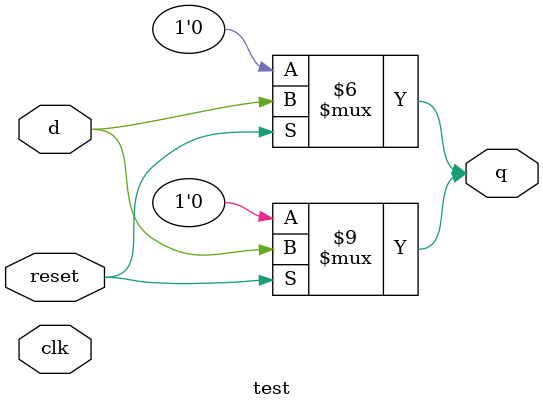
<source format=v>
module test(q, d, clk, reset);
        output reg q;
    input wire d;
    input wire clk;
    input wire reset;

// Variable declaration.

    always @ (*
)if ( (!reset))
    q = 0;
else 
    q = d;
    always @ (*
)if ( (!reset))
    q = 0;
else 
    q = d;

endmodule

</source>
